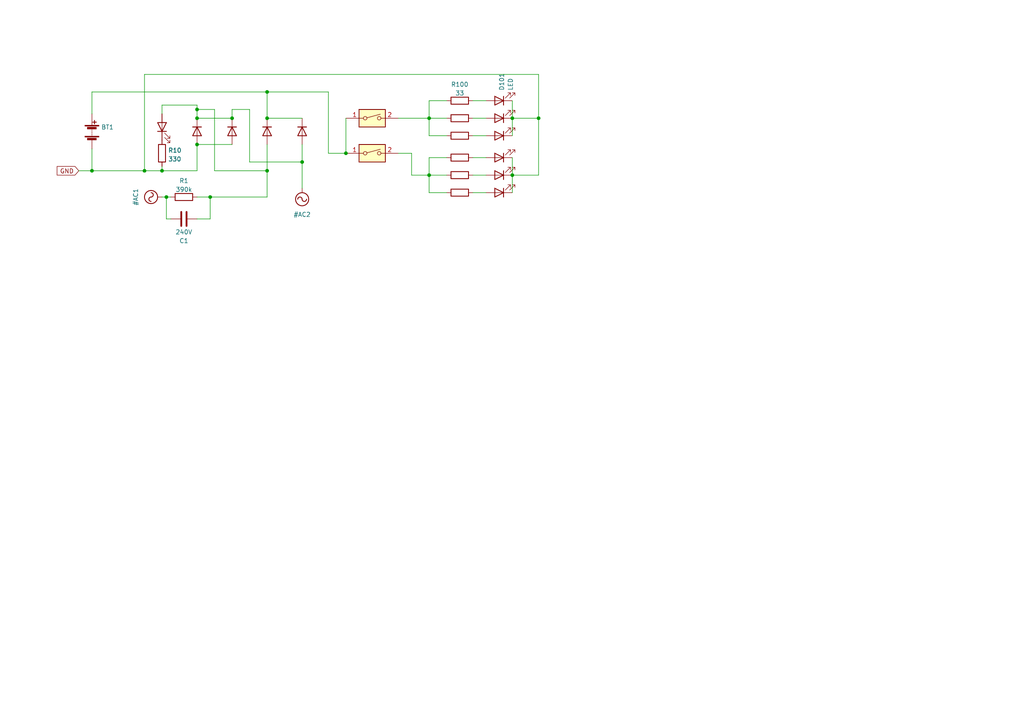
<source format=kicad_sch>
(kicad_sch (version 20211123) (generator eeschema)
  (paper "A4")
  (lib_symbols
    (symbol "Device:Battery" (pin_numbers hide) (pin_names (offset 0) hide)
      (property "Reference" "BT" (at 2.54 2.54 0))
      (property "Value" "Battery" (at 2.54 0 0))
      (symbol "Battery_0_1"
        (rectangle (start -2.032 -1.397) (end 2.032 -1.651) (fill (type outline)))
        (rectangle (start -2.032 1.778) (end 2.032 1.524) (fill (type outline)))
        (rectangle (start -1.3208 -1.9812) (end 1.27 -2.4892) (fill (type outline)))
        (rectangle (start -1.3208 1.1938) (end 1.27 0.6858) (fill (type outline)))
        (polyline (pts (xy 0 -1.524) (xy 0 -1.27)))
        (polyline (pts (xy 0 -1.016) (xy 0 -0.762)))
        (polyline (pts (xy 0 -0.508) (xy 0 -0.254)))
        (polyline (pts (xy 0 0) (xy 0 0.254)))
        (polyline (pts (xy 0 0.508) (xy 0 0.762)))
        (polyline (pts (xy 0 1.778) (xy 0 2.54)))
        (polyline (pts (xy 0.254 2.667) (xy 1.27 2.667)) (stroke (width 0.254)))
        (polyline (pts (xy 0.762 3.175) (xy 0.762 2.159)) (stroke (width 0.254)))
      )
      (symbol "Battery_1_1"
        (pin passive line (at 0 5.08 270) (length 2.54) (name "+") (number "1"))
        (pin passive line (at 0 -5.08 90) (length 2.54) (name "-") (number "2"))
      )
    )
    (symbol "Device:C" (pin_numbers hide) (pin_names (offset 0.254))
      (property "Reference" "C" (at 0.635 2.54 0))
      (property "Value" "C" (at 0.635 -2.54 0))
      (symbol "C_0_1"
        (polyline (pts (xy -2.032 -0.762) (xy 2.032 -0.762)) (stroke (width 0.508)))
        (polyline (pts (xy -2.032 0.762) (xy 2.032 0.762)) (stroke (width 0.508)))
      )
      (symbol "C_1_1"
        (pin passive line (at 0 3.81 270) (length 2.794) (name "~") (number "1"))
        (pin passive line (at 0 -3.81 90) (length 2.794) (name "~") (number "2"))
      )
    )
    (symbol "Device:D" (pin_numbers hide) (pin_names (offset 1.016) hide)
      (property "Reference" "D" (at 0 2.54 0))
      (property "Value" "D" (at 0 -2.54 0))
      (symbol "D_0_1"
        (polyline (pts (xy -1.27 1.27) (xy -1.27 -1.27)) (stroke (width 0.254)))
        (polyline (pts (xy 1.27 0) (xy -1.27 0)))
        (polyline (pts (xy 1.27 1.27) (xy 1.27 -1.27) (xy -1.27 0) (xy 1.27 1.27)) (stroke (width 0.254)))
      )
      (symbol "D_1_1"
        (pin passive line (at -3.81 0 0) (length 2.54) (name "K") (number "1"))
        (pin passive line (at 3.81 0 180) (length 2.54) (name "A") (number "2"))
      )
    )
    (symbol "Device:LED" (pin_numbers hide) (pin_names (offset 1.016) hide)
      (property "Reference" "D" (at 0 2.54 0))
      (property "Value" "LED" (at 0 -2.54 0))
      (symbol "LED_0_1"
        (polyline (pts (xy -1.27 -1.27) (xy -1.27 1.27)) (stroke (width 0.254)))
        (polyline (pts (xy -1.27 0) (xy 1.27 0)))
        (polyline (pts (xy 1.27 -1.27) (xy 1.27 1.27) (xy -1.27 0) (xy 1.27 -1.27)) (stroke (width 0.254)))
        (polyline (pts (xy -3.048 -0.762) (xy -4.572 -2.286) (xy -3.81 -2.286) (xy -4.572 -2.286) (xy -4.572 -1.524)))
        (polyline (pts (xy -1.778 -0.762) (xy -3.302 -2.286) (xy -2.54 -2.286) (xy -3.302 -2.286) (xy -3.302 -1.524)))
      )
      (symbol "LED_1_1"
        (pin passive line (at -3.81 0 0) (length 2.54) (name "K") (number "1"))
        (pin passive line (at 3.81 0 180) (length 2.54) (name "A") (number "2"))
      )
    )
    (symbol "Device:R" (pin_numbers hide) (pin_names (offset 0))
      (property "Reference" "R" (at 2.032 0 90))
      (property "Value" "R" (at 0 0 90))
      (symbol "R_0_1"
        (rectangle (start -1.016 -2.54) (end 1.016 2.54) (stroke (width 0.254)))
      )
      (symbol "R_1_1"
        (pin passive line (at 0 3.81 270) (length 1.27) (name "~") (number "1"))
        (pin passive line (at 0 -3.81 90) (length 1.27) (name "~") (number "2"))
      )
    )
    (symbol "Switch:SW_DIP_x01" (pin_names (offset 0) hide)
      (property "Reference" "SW" (at 0 3.81 0))
      (property "Value" "SW_DIP_x01" (at 0 -3.81 0))
      (symbol "SW_DIP_x01_0_0"
        (circle (center -2.032 0) (radius 0.508))
        (polyline (pts (xy -1.524 0.127) (xy 2.3622 1.1684)))
        (circle (center 2.032 0) (radius 0.508))
      )
      (symbol "SW_DIP_x01_0_1"
        (rectangle (start -3.81 2.54) (end 3.81 -2.54) (stroke (width 0.254)) (fill (type background)))
      )
      (symbol "SW_DIP_x01_1_1"
        (pin passive line (at -7.62 0 0) (length 5.08) (name "~") (number "1"))
        (pin passive line (at 7.62 0 180) (length 5.08) (name "~") (number "2"))
      )
    )
    (symbol "power:AC" (power) (pin_names (offset 0))
      (property "Value" "AC" (at 0 6.35 0))
      (symbol "AC_0_1"
        (polyline (pts (xy 0 0) (xy 0 1.27)))
        (arc (start 0 3.175) (mid -0.635 3.81) (end -1.27 3.175) (stroke (width 0.254)))
        (arc (start 0 3.175) (mid 0.635 2.54) (end 1.27 3.175) (stroke (width 0.254)))
        (circle (center 0 3.175) (radius 1.905) (stroke (width 0.254)))
      )
      (symbol "AC_1_1"
        (pin power_in line (at 0 0 90) (length 0) hide (name "AC") (number "1"))
      )
    )
  )
  (junction (at 148.59 34.29))
  (junction (at 26.67 49.53))
  (junction (at 124.46 50.8))
  (junction (at 148.59 50.8))
  (junction (at 77.47 34.29))
  (junction (at 77.47 26.67))
  (junction (at 57.15 41.91))
  (junction (at 67.31 34.29))
  (junction (at 57.15 34.29))
  (junction (at 100.33 44.45))
  (junction (at 46.99 49.53))
  (junction (at 48.26 57.15))
  (junction (at 156.21 34.29))
  (junction (at 124.46 34.29))
  (junction (at 77.47 49.53))
  (junction (at 57.15 31.75))
  (junction (at 87.63 46.99))
  (junction (at 60.96 57.15))
  (junction (at 41.91 49.53))
  (wire (pts (xy 124.46 34.29) (xy 129.54 34.29)))
  (wire (pts (xy 57.15 41.91) (xy 57.15 49.53)))
  (wire (pts (xy 60.96 57.15) (xy 60.96 63.5)))
  (wire (pts (xy 57.15 57.15) (xy 60.96 57.15)))
  (wire (pts (xy 95.25 26.67) (xy 95.25 44.45)))
  (wire (pts (xy 57.15 34.29) (xy 67.31 34.29)))
  (wire (pts (xy 124.46 50.8) (xy 124.46 55.88)))
  (wire (pts (xy 124.46 34.29) (xy 124.46 39.37)))
  (wire (pts (xy 87.63 46.99) (xy 87.63 54.61)))
  (wire (pts (xy 48.26 57.15) (xy 48.26 63.5)))
  (wire (pts (xy 22.86 49.53) (xy 26.67 49.53)))
  (wire (pts (xy 72.39 46.99) (xy 72.39 31.75)))
  (wire (pts (xy 67.31 31.75) (xy 67.31 34.29)))
  (wire (pts (xy 137.16 50.8) (xy 140.97 50.8)))
  (wire (pts (xy 41.91 49.53) (xy 46.99 49.53)))
  (wire (pts (xy 148.59 50.8) (xy 156.21 50.8)))
  (wire (pts (xy 57.15 31.75) (xy 57.15 34.29)))
  (wire (pts (xy 60.96 57.15) (xy 77.47 57.15)))
  (wire (pts (xy 87.63 46.99) (xy 72.39 46.99)))
  (wire (pts (xy 72.39 31.75) (xy 67.31 31.75)))
  (wire (pts (xy 148.59 29.21) (xy 148.59 34.29)))
  (wire (pts (xy 41.91 21.59) (xy 156.21 21.59)))
  (wire (pts (xy 119.38 44.45) (xy 119.38 50.8)))
  (wire (pts (xy 26.67 26.67) (xy 77.47 26.67)))
  (wire (pts (xy 148.59 50.8) (xy 148.59 55.88)))
  (wire (pts (xy 137.16 29.21) (xy 140.97 29.21)))
  (wire (pts (xy 87.63 41.91) (xy 87.63 46.99)))
  (wire (pts (xy 137.16 55.88) (xy 140.97 55.88)))
  (wire (pts (xy 77.47 41.91) (xy 77.47 49.53)))
  (wire (pts (xy 48.26 63.5) (xy 49.53 63.5)))
  (wire (pts (xy 46.99 49.53) (xy 57.15 49.53)))
  (wire (pts (xy 148.59 45.72) (xy 148.59 50.8)))
  (wire (pts (xy 137.16 34.29) (xy 140.97 34.29)))
  (wire (pts (xy 57.15 41.91) (xy 67.31 41.91)))
  (wire (pts (xy 77.47 26.67) (xy 95.25 26.67)))
  (wire (pts (xy 115.57 44.45) (xy 119.38 44.45)))
  (wire (pts (xy 124.46 29.21) (xy 129.54 29.21)))
  (wire (pts (xy 137.16 39.37) (xy 140.97 39.37)))
  (wire (pts (xy 119.38 50.8) (xy 124.46 50.8)))
  (wire (pts (xy 26.67 26.67) (xy 26.67 33.02)))
  (wire (pts (xy 62.23 49.53) (xy 62.23 31.75)))
  (wire (pts (xy 77.47 34.29) (xy 87.63 34.29)))
  (wire (pts (xy 124.46 55.88) (xy 129.54 55.88)))
  (wire (pts (xy 148.59 34.29) (xy 148.59 39.37)))
  (wire (pts (xy 156.21 34.29) (xy 156.21 21.59)))
  (wire (pts (xy 57.15 30.48) (xy 57.15 31.75)))
  (wire (pts (xy 77.47 49.53) (xy 62.23 49.53)))
  (wire (pts (xy 100.33 34.29) (xy 100.33 44.45)))
  (wire (pts (xy 26.67 43.18) (xy 26.67 49.53)))
  (wire (pts (xy 124.46 45.72) (xy 124.46 50.8)))
  (wire (pts (xy 124.46 50.8) (xy 129.54 50.8)))
  (wire (pts (xy 156.21 50.8) (xy 156.21 34.29)))
  (wire (pts (xy 62.23 31.75) (xy 57.15 31.75)))
  (wire (pts (xy 137.16 45.72) (xy 140.97 45.72)))
  (wire (pts (xy 95.25 44.45) (xy 100.33 44.45)))
  (wire (pts (xy 46.99 33.02) (xy 46.99 30.48)))
  (wire (pts (xy 124.46 39.37) (xy 129.54 39.37)))
  (wire (pts (xy 77.47 26.67) (xy 77.47 34.29)))
  (wire (pts (xy 124.46 29.21) (xy 124.46 34.29)))
  (wire (pts (xy 57.15 63.5) (xy 60.96 63.5)))
  (wire (pts (xy 46.99 57.15) (xy 48.26 57.15)))
  (wire (pts (xy 115.57 34.29) (xy 124.46 34.29)))
  (wire (pts (xy 124.46 45.72) (xy 129.54 45.72)))
  (wire (pts (xy 46.99 30.48) (xy 57.15 30.48)))
  (wire (pts (xy 148.59 34.29) (xy 156.21 34.29)))
  (wire (pts (xy 26.67 49.53) (xy 41.91 49.53)))
  (wire (pts (xy 48.26 57.15) (xy 49.53 57.15)))
  (wire (pts (xy 41.91 49.53) (xy 41.91 21.59)))
  (wire (pts (xy 46.99 48.26) (xy 46.99 49.53)))
  (wire (pts (xy 77.47 49.53) (xy 77.47 57.15)))
  (global_label "GND" (shape input) (at 22.86 49.53 180) (property "Intersheet References" "${INTERSHEET_REFS}" (effects hide)))
  (symbol (lib_id "Device:D") (at 57.15 38.1 270) (unit 1)
    (property "Reference" "D?" (effects hide))
    (property "Value" "D" (effects hide))
  )
  (symbol (lib_id "Device:LED") (at 46.99 36.83 90) (unit 1)
    (property "Reference" "D?" (effects hide))
    (property "Value" "LED" (effects hide))
  )
  (symbol (lib_id "Device:R") (at 133.35 50.8 270) (unit 1)
    (property "Reference" "R?" (effects hide))
    (property "Value" "R" (effects hide))
  )
  (symbol (lib_id "Switch:SW_DIP_x01") (at 107.95 34.29 0) (unit 1)
    (property "Reference" "SW?" (effects hide))
    (property "Value" "SW_DIP_x01" (effects hide))
  )
  (symbol (lib_id "Device:R") (at 133.35 55.88 270) (unit 1)
    (property "Reference" "R?" (effects hide))
    (property "Value" "R" (effects hide))
  )
  (symbol (lib_id "Device:R") (at 133.35 29.21 270) (unit 1)
    (property "Reference" "R100" (at 133.35 24.4942 90))
    (property "Value" "33" (at 133.35 27.0311 90))
  )
  (symbol (lib_id "Device:R") (at 53.34 57.15 90) (unit 1)
    (property "Reference" "R1" (at 53.34 52.4342 90))
    (property "Value" "390k" (at 53.34 54.9711 90))
  )
  (symbol (lib_id "Device:LED") (at 144.78 39.37 180) (unit 1)
    (property "Reference" "D?" (effects hide))
    (property "Value" "LED" (effects hide))
  )
  (symbol (lib_id "Device:R") (at 133.35 39.37 270) (unit 1)
    (property "Reference" "R?" (effects hide))
    (property "Value" "R" (effects hide))
  )
  (symbol (lib_id "Switch:SW_DIP_x01") (at 107.95 44.45 0) (unit 1)
    (property "Reference" "SW?" (effects hide))
    (property "Value" "SW_DIP_x01" (effects hide))
  )
  (symbol (lib_id "Device:LED") (at 144.78 29.21 180) (unit 1)
    (property "Reference" "D101" (at 145.5328 26.289 90) (effects (justify right)))
    (property "Value" "LED" (at 148.0697 26.289 90) (effects (justify right)))
  )
  (symbol (lib_id "Device:D") (at 87.63 38.1 270) (unit 1)
    (property "Reference" "D?" (effects hide))
    (property "Value" "D" (effects hide))
  )
  (symbol (lib_id "Device:R") (at 133.35 34.29 270) (unit 1)
    (property "Reference" "R?" (effects hide))
    (property "Value" "R" (effects hide))
  )
  (symbol (lib_id "Device:LED") (at 144.78 50.8 180) (unit 1)
    (property "Reference" "D?" (effects hide))
    (property "Value" "LED" (effects hide))
  )
  (symbol (lib_id "Device:R") (at 46.99 44.45 0) (unit 1)
    (property "Reference" "R10" (at 48.768 43.6153 0) (effects (justify left)))
    (property "Value" "330" (at 48.768 46.1522 0) (effects (justify left)))
  )
  (symbol (lib_id "Device:D") (at 67.31 38.1 270) (unit 1)
    (property "Reference" "D?" (effects hide))
    (property "Value" "D" (effects hide))
  )
  (symbol (lib_id "Device:Battery") (at 26.67 38.1 0) (unit 1)
    (property "Reference" "BT1" (at 29.337 36.8843 0) (effects (justify left)))
    (property "Value" "Battery" (effects hide))
  )
  (symbol (lib_id "Device:D") (at 77.47 38.1 270) (unit 1)
    (property "Reference" "D?" (effects hide))
    (property "Value" "D" (effects hide))
  )
  (symbol (lib_id "power:AC") (at 46.99 57.15 90) (unit 1)
    (property "Reference" "AC1" (at 39.37 57.15 0))
    (property "Value" "AC" (effects hide))
  )
  (symbol (lib_id "Device:LED") (at 144.78 55.88 180) (unit 1)
    (property "Reference" "D?" (effects hide))
    (property "Value" "LED" (effects hide))
  )
  (symbol (lib_id "Device:C") (at 53.34 63.5 90) (unit 1)
    (property "Reference" "C1" (at 53.34 69.85 90))
    (property "Value" "240V" (at 53.34 67.31 90))
  )
  (symbol (lib_id "power:AC") (at 87.63 54.61 180) (unit 1)
    (property "Reference" "AC2" (at 87.63 62.23 0))
    (property "Value" "AC" (effects hide))
  )
  (symbol (lib_id "Device:LED") (at 144.78 45.72 180) (unit 1)
    (property "Reference" "D?" (effects hide))
    (property "Value" "LED" (effects hide))
  )
  (symbol (lib_id "Device:R") (at 133.35 45.72 270) (unit 1)
    (property "Reference" "R?" (effects hide))
    (property "Value" "R" (effects hide))
  )
  (symbol (lib_id "Device:LED") (at 144.78 34.29 180) (unit 1)
    (property "Reference" "D?" (effects hide))
    (property "Value" "LED" (effects hide))
  )
)
</source>
